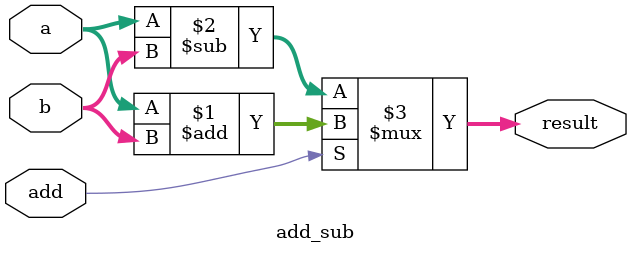
<source format=v>
module add_sub(a,b,add,result);
input [7:0]a,b;
input add;
output [9:0] result;
assign result = (add)?(a+b):(a-b);
endmodule
</source>
